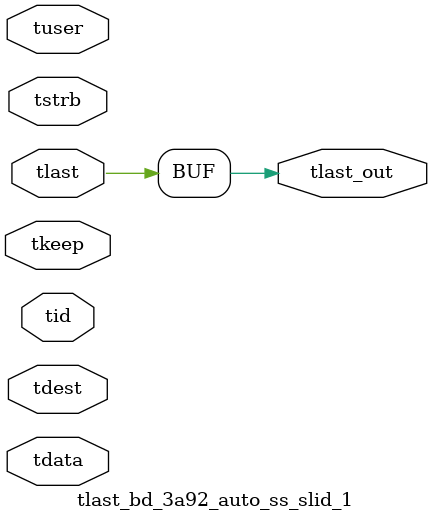
<source format=v>


`timescale 1ps/1ps

module tlast_bd_3a92_auto_ss_slid_1 #
(
parameter C_S_AXIS_TID_WIDTH   = 1,
parameter C_S_AXIS_TUSER_WIDTH = 0,
parameter C_S_AXIS_TDATA_WIDTH = 0,
parameter C_S_AXIS_TDEST_WIDTH = 0
)
(
input  [(C_S_AXIS_TID_WIDTH   == 0 ? 1 : C_S_AXIS_TID_WIDTH)-1:0       ] tid,
input  [(C_S_AXIS_TDATA_WIDTH == 0 ? 1 : C_S_AXIS_TDATA_WIDTH)-1:0     ] tdata,
input  [(C_S_AXIS_TUSER_WIDTH == 0 ? 1 : C_S_AXIS_TUSER_WIDTH)-1:0     ] tuser,
input  [(C_S_AXIS_TDEST_WIDTH == 0 ? 1 : C_S_AXIS_TDEST_WIDTH)-1:0     ] tdest,
input  [(C_S_AXIS_TDATA_WIDTH/8)-1:0 ] tkeep,
input  [(C_S_AXIS_TDATA_WIDTH/8)-1:0 ] tstrb,
input  [0:0]                                                             tlast,
output                                                                   tlast_out
);

assign tlast_out = {tlast};

endmodule


</source>
